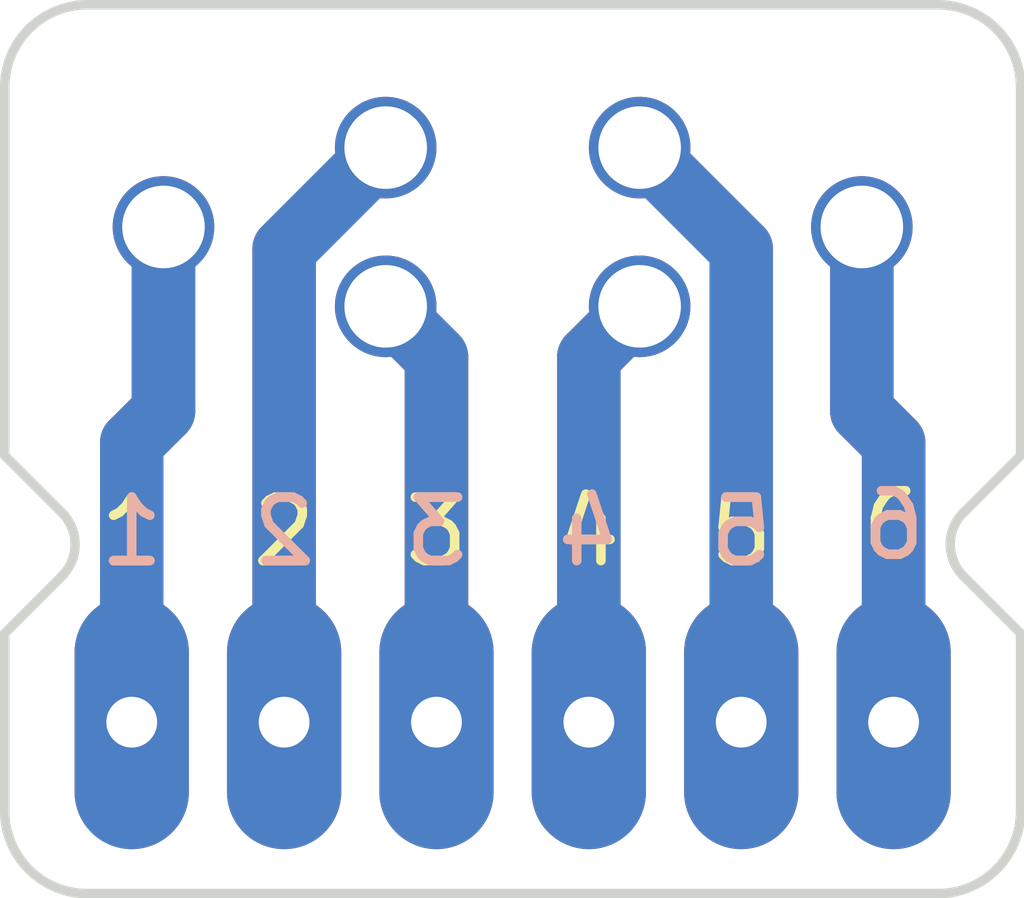
<source format=kicad_pcb>
(kicad_pcb (version 20171130) (host pcbnew "(5.0.1)-3")

  (general
    (thickness 1.6)
    (drawings 16)
    (tracks 28)
    (zones 0)
    (modules 2)
    (nets 1)
  )

  (page A4)
  (layers
    (0 F.Cu signal)
    (31 B.Cu signal hide)
    (32 B.Adhes user)
    (33 F.Adhes user)
    (34 B.Paste user)
    (35 F.Paste user)
    (36 B.SilkS user)
    (37 F.SilkS user)
    (38 B.Mask user)
    (39 F.Mask user)
    (40 Dwgs.User user)
    (41 Cmts.User user)
    (42 Eco1.User user)
    (43 Eco2.User user)
    (44 Edge.Cuts user)
    (45 Margin user)
    (46 B.CrtYd user)
    (47 F.CrtYd user)
    (48 B.Fab user)
    (49 F.Fab user)
  )

  (setup
    (last_trace_width 1)
    (trace_clearance 0.2)
    (zone_clearance 0.508)
    (zone_45_only no)
    (trace_min 0.0762)
    (segment_width 0.2)
    (edge_width 0.15)
    (via_size 0.8)
    (via_drill 0.4)
    (via_min_size 0.45)
    (via_min_drill 0.2)
    (uvia_size 0.3)
    (uvia_drill 0.1)
    (uvias_allowed no)
    (uvia_min_size 0.2)
    (uvia_min_drill 0.1)
    (pcb_text_width 0.3)
    (pcb_text_size 1.5 1.5)
    (mod_edge_width 0.15)
    (mod_text_size 1 1)
    (mod_text_width 0.15)
    (pad_size 1.6 1.6)
    (pad_drill 1.3)
    (pad_to_mask_clearance 0.051)
    (solder_mask_min_width 0.25)
    (aux_axis_origin 0 0)
    (grid_origin 100 116)
    (visible_elements 7FFFFFFF)
    (pcbplotparams
      (layerselection 0x010f0_ffffffff)
      (usegerberextensions false)
      (usegerberattributes true)
      (usegerberadvancedattributes false)
      (creategerberjobfile false)
      (excludeedgelayer true)
      (linewidth 0.100000)
      (plotframeref false)
      (viasonmask false)
      (mode 1)
      (useauxorigin true)
      (hpglpennumber 1)
      (hpglpenspeed 20)
      (hpglpendiameter 15.000000)
      (psnegative false)
      (psa4output false)
      (plotreference true)
      (plotvalue true)
      (plotinvisibletext false)
      (padsonsilk false)
      (subtractmaskfromsilk false)
      (outputformat 1)
      (mirror false)
      (drillshape 0)
      (scaleselection 1)
      (outputdirectory "C:/Users/Lucas/Google Drive/Mes documents/Modelisme/F3F/Connecteur MPX/Gerber/"))
  )

  (net 0 "")

  (net_class Default "Ceci est la Netclass par défaut."
    (clearance 0.2)
    (trace_width 1)
    (via_dia 0.8)
    (via_drill 0.4)
    (uvia_dia 0.3)
    (uvia_drill 0.1)
  )

  (module myfootprint:Output_MPX (layer F.Cu) (tedit 5C031334) (tstamp 5C1B4A08)
    (at 108 111.3)
    (fp_text reference REF** (at 0 2.5) (layer F.SilkS) hide
      (effects (font (size 1 1) (thickness 0.15)))
    )
    (fp_text value Output_MPX (at 0 -2.75) (layer F.Fab) hide
      (effects (font (size 1 1) (thickness 0.15)))
    )
    (fp_text user 1 (at -6 -3) (layer B.SilkS)
      (effects (font (size 1 1) (thickness 0.15)) (justify mirror))
    )
    (fp_text user 5 (at 3.6 -3) (layer B.SilkS)
      (effects (font (size 1 1) (thickness 0.15)) (justify mirror))
    )
    (fp_text user 3 (at -1.2 -3) (layer B.SilkS)
      (effects (font (size 1 1) (thickness 0.15)) (justify mirror))
    )
    (fp_text user 4 (at 1.2 -3) (layer B.SilkS)
      (effects (font (size 1 1) (thickness 0.15)) (justify mirror))
    )
    (fp_text user 2 (at -3.6 -3) (layer B.SilkS)
      (effects (font (size 1 1) (thickness 0.15)) (justify mirror))
    )
    (fp_text user 6 (at 6 -3.1) (layer B.SilkS)
      (effects (font (size 1 1) (thickness 0.15)) (justify mirror))
    )
    (fp_text user 1 (at -6 -3) (layer F.SilkS)
      (effects (font (size 1 1) (thickness 0.15)))
    )
    (fp_text user 2 (at -3.6 -3) (layer F.SilkS)
      (effects (font (size 1 1) (thickness 0.15)))
    )
    (fp_text user 3 (at -1.2 -3) (layer F.SilkS)
      (effects (font (size 1 1) (thickness 0.15)))
    )
    (fp_text user 4 (at 1.2 -3) (layer F.SilkS)
      (effects (font (size 1 1) (thickness 0.15)))
    )
    (fp_text user 5 (at 3.6 -3) (layer F.SilkS)
      (effects (font (size 1 1) (thickness 0.15)))
    )
    (fp_text user 6 (at 6 -3.1) (layer F.SilkS)
      (effects (font (size 1 1) (thickness 0.15)))
    )
    (pad 3 thru_hole oval (at -1.2 0) (size 1.8 4) (drill 0.8) (layers *.Cu *.Mask))
    (pad 4 thru_hole oval (at 1.2 0) (size 1.8 4) (drill 0.8) (layers *.Cu *.Mask))
    (pad 2 thru_hole oval (at -3.6 0) (size 1.8 4) (drill 0.8) (layers *.Cu *.Mask))
    (pad 1 thru_hole oval (at -6 0) (size 1.8 4) (drill 0.8) (layers *.Cu *.Mask))
    (pad 5 thru_hole oval (at 3.6 0) (size 1.8 4) (drill 0.8) (layers *.Cu *.Mask))
    (pad 6 thru_hole oval (at 6 0) (size 1.8 4) (drill 0.8) (layers *.Cu *.Mask))
  )

  (module "myfootprint:MPX Connector" (layer F.Cu) (tedit 5C031344) (tstamp 5C0F1A39)
    (at 108 103.5)
    (fp_text reference REF** (at 0 4.5) (layer F.SilkS) hide
      (effects (font (size 1 1) (thickness 0.15)))
    )
    (fp_text value "MPX Connector" (at 0 -4.25) (layer F.Fab) hide
      (effects (font (size 1 1) (thickness 0.15)))
    )
    (fp_line (start -8 3.5) (end -8 -3.5) (layer F.Fab) (width 0.15))
    (fp_line (start 8 -3.5) (end 8 3.5) (layer F.Fab) (width 0.15))
    (fp_line (start -8 -3.5) (end 8 -3.5) (layer F.Fab) (width 0.15))
    (fp_line (start -8 3.5) (end 8 3.5) (layer F.Fab) (width 0.15))
    (fp_line (start 8 -3.5) (end -8 -3.5) (layer F.CrtYd) (width 0.15))
    (fp_line (start -8 -3.5) (end -8 3.5) (layer F.CrtYd) (width 0.15))
    (fp_line (start -8 3.5) (end 8 3.5) (layer F.CrtYd) (width 0.15))
    (fp_line (start 8 3.5) (end 8 -3.5) (layer F.CrtYd) (width 0.15))
    (pad 6 thru_hole circle (at 5.5 0) (size 1.6 1.6) (drill 1.3) (layers *.Cu *.Mask))
    (pad 2 thru_hole circle (at -2 -1.25) (size 1.6 1.6) (drill 1.3) (layers *.Cu *.Mask))
    (pad 4 thru_hole circle (at 2 -1.25) (size 1.6 1.6) (drill 1.3) (layers *.Cu *.Mask))
    (pad 1 thru_hole circle (at -5.5 0) (size 1.6 1.6) (drill 1.3) (layers *.Cu *.Mask))
    (pad 5 thru_hole circle (at 2 1.25) (size 1.6 1.6) (drill 1.3) (layers *.Cu *.Mask))
    (pad 3 thru_hole circle (at -2 1.25) (size 1.6 1.6) (drill 1.3) (layers *.Cu *.Mask))
    (model ${KIPRJMOD}/MPXmale.step
      (offset (xyz 0 -3.5 -26.5))
      (scale (xyz 1 1 1))
      (rotate (xyz 0 0 0))
    )
  )

  (gr_arc (start 100.4 108.5) (end 100.9 109) (angle -90) (layer Edge.Cuts) (width 0.15))
  (gr_arc (start 115.6 108.5) (end 115.1 108) (angle -90) (layer Edge.Cuts) (width 0.15))
  (gr_arc (start 101.3 112.7) (end 100 112.7) (angle -90) (layer Edge.Cuts) (width 0.15))
  (gr_arc (start 114.7 112.7) (end 114.7 114) (angle -90) (layer Edge.Cuts) (width 0.15))
  (gr_line (start 114.7 114) (end 101.3 114) (layer Edge.Cuts) (width 0.15))
  (gr_arc (start 114.7 101.3) (end 116 101.3) (angle -90) (layer Edge.Cuts) (width 0.15))
  (gr_arc (start 101.3 101.3) (end 101.3 100) (angle -90) (layer Edge.Cuts) (width 0.15))
  (gr_line (start 100 112.7) (end 100 109.9) (layer Edge.Cuts) (width 0.15))
  (gr_line (start 116 109.9) (end 116 112.7) (layer Edge.Cuts) (width 0.15))
  (gr_line (start 115.1 109) (end 116 109.9) (layer Edge.Cuts) (width 0.15))
  (gr_line (start 116 107.1) (end 115.1 108) (layer Edge.Cuts) (width 0.15))
  (gr_line (start 100.9 109) (end 100 109.9) (layer Edge.Cuts) (width 0.15))
  (gr_line (start 100 107.1) (end 100.9 108) (layer Edge.Cuts) (width 0.15))
  (gr_line (start 116 101.3) (end 116 107.05) (layer Edge.Cuts) (width 0.15))
  (gr_line (start 101.3 100) (end 114.7 100) (layer Edge.Cuts) (width 0.15))
  (gr_line (start 100 101.3) (end 100 107.1) (layer Edge.Cuts) (width 0.15))

  (segment (start 109.2 105.55) (end 110 104.75) (width 1) (layer F.Cu) (net 0))
  (segment (start 109.2 111.75) (end 109.2 105.55) (width 1) (layer F.Cu) (net 0))
  (segment (start 106.8 105.55) (end 106 104.75) (width 1) (layer F.Cu) (net 0))
  (segment (start 106.8 111.75) (end 106.8 105.55) (width 1) (layer F.Cu) (net 0))
  (segment (start 104.4 103.85) (end 106 102.25) (width 1) (layer F.Cu) (net 0))
  (segment (start 104.4 111.75) (end 104.4 103.85) (width 1) (layer F.Cu) (net 0))
  (segment (start 111.6 103.85) (end 110 102.25) (width 1) (layer F.Cu) (net 0))
  (segment (start 111.6 103.85) (end 110 102.25) (width 1) (layer B.Cu) (net 0) (tstamp 5C1B5B4D))
  (segment (start 109.2 105.55) (end 110 104.75) (width 1) (layer B.Cu) (net 0) (tstamp 5C1B5B4E))
  (segment (start 109.2 111.75) (end 109.2 105.55) (width 1) (layer B.Cu) (net 0) (tstamp 5C1B5B4F))
  (segment (start 104.4 103.85) (end 106 102.25) (width 1) (layer B.Cu) (net 0) (tstamp 5C1B5B50))
  (segment (start 104.4 111.75) (end 104.4 103.85) (width 1) (layer B.Cu) (net 0) (tstamp 5C1B5B51))
  (segment (start 106.8 105.55) (end 106 104.75) (width 1) (layer B.Cu) (net 0) (tstamp 5C1B5B54))
  (segment (start 106.8 111.75) (end 106.8 105.55) (width 1) (layer B.Cu) (net 0) (tstamp 5C1B5B55))
  (segment (start 102 111.75) (end 102 106.9) (width 1) (layer B.Cu) (net 0) (tstamp 5C1B5B56))
  (segment (start 102 106.9) (end 102.5 106.4) (width 1) (layer B.Cu) (net 0) (tstamp 5C1B5B57))
  (segment (start 102.5 106.4) (end 102.5 103.5) (width 1) (layer B.Cu) (net 0) (tstamp 5C1B5B58))
  (segment (start 114 106.9) (end 114 111.75) (width 1) (layer B.Cu) (net 0) (tstamp 5C1B5B59))
  (segment (start 113.5 106.4) (end 114 106.9) (width 1) (layer B.Cu) (net 0) (tstamp 5C1B5B5A))
  (segment (start 113.5 103.5) (end 113.5 106.4) (width 1) (layer B.Cu) (net 0) (tstamp 5C1B5B5B))
  (segment (start 111.6 103.85) (end 111.6 111.75) (width 1) (layer F.Cu) (net 0))
  (segment (start 111.6 103.85) (end 111.6 111.75) (width 1) (layer B.Cu) (net 0))
  (segment (start 102 106.9) (end 102 111.75) (width 1) (layer F.Cu) (net 0))
  (segment (start 102 106.9) (end 102.5 106.4) (width 1) (layer F.Cu) (net 0))
  (segment (start 102.5 106.4) (end 102.5 103.5) (width 1) (layer F.Cu) (net 0))
  (segment (start 113.5 106.4) (end 114 106.9) (width 1) (layer F.Cu) (net 0))
  (segment (start 114 106.9) (end 114 111.75) (width 1) (layer F.Cu) (net 0))
  (segment (start 113.5 103.5) (end 113.5 106.4) (width 1) (layer F.Cu) (net 0))

)

</source>
